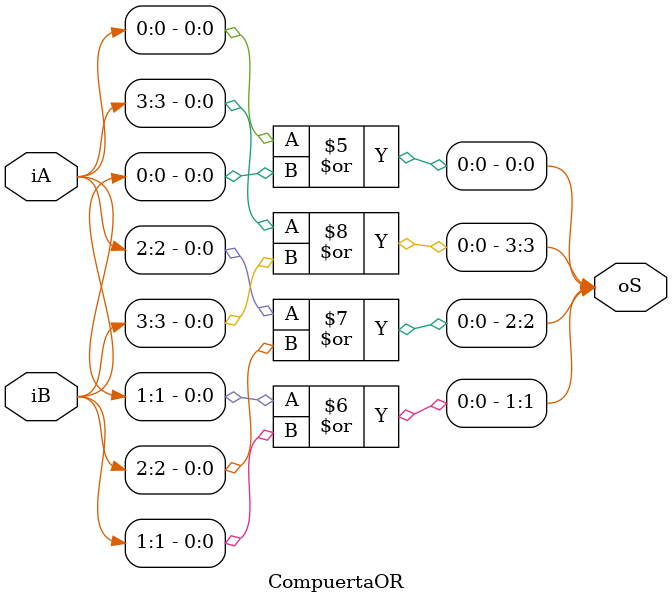
<source format=sv>
module CompuertaOR 
	#(parameter N=4) 
	(
	input logic [N-1:0] iA, iB, 
	output logic [N-1:0] oS   
	);
		
	always_comb
	begin 
		for(int i = 0; i < N; i = i + 1)
		begin 
	
			oS[i] = iA[i] | iB[i];
		end
	
	end 

endmodule 
</source>
